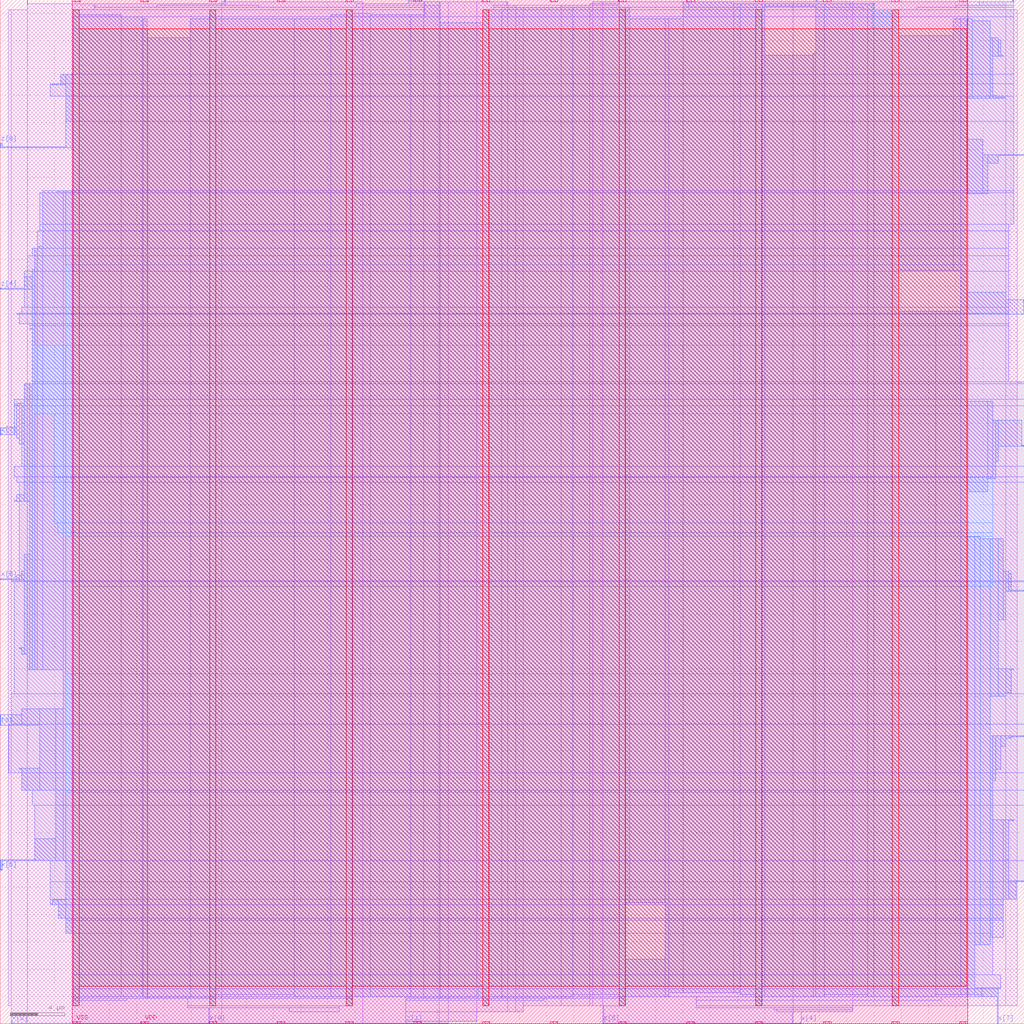
<source format=lef>
VERSION 5.8 ;
BUSBITCHARS "[]" ;
DIVIDERCHAR "/" ;
UNITS
    DATABASE MICRONS 2000 ;
END UNITS

VIA via1_2_1120_340_1_3_300_300
  VIARULE Via1Array-0 ;
  CUTSIZE 0.07 0.07 ;
  LAYERS metal1 via1 metal2 ;
  CUTSPACING 0.08 0.08 ;
  ENCLOSURE 0.035 0.05 0.035 0.035 ;
  ROWCOL 1 3 ;
END via1_2_1120_340_1_3_300_300

VIA via2_3_1120_340_1_3_320_320
  VIARULE Via2Array-0 ;
  CUTSIZE 0.07 0.07 ;
  LAYERS metal2 via2 metal3 ;
  CUTSPACING 0.09 0.09 ;
  ENCLOSURE 0.035 0.035 0.035 0.035 ;
  ROWCOL 1 3 ;
END via2_3_1120_340_1_3_320_320

VIA via3_4_1120_340_1_3_320_320
  VIARULE Via3Array-0 ;
  CUTSIZE 0.07 0.07 ;
  LAYERS metal3 via3 metal4 ;
  CUTSPACING 0.09 0.09 ;
  ENCLOSURE 0.035 0.035 0.035 0.035 ;
  ROWCOL 1 3 ;
END via3_4_1120_340_1_3_320_320

VIA via4_5_1120_340_1_2_600_600
  VIARULE Via4Array-0 ;
  CUTSIZE 0.14 0.14 ;
  LAYERS metal4 via4 metal5 ;
  CUTSPACING 0.16 0.16 ;
  ENCLOSURE 0 0 0 0 ;
  ROWCOL 1 2 ;
END via4_5_1120_340_1_2_600_600

VIA via5_6_1120_340_1_2_600_600
  VIARULE Via5Array-0 ;
  CUTSIZE 0.14 0.14 ;
  LAYERS metal5 via5 metal6 ;
  CUTSPACING 0.16 0.16 ;
  ENCLOSURE 0 0 0.06 0 ;
  ROWCOL 1 2 ;
END via5_6_1120_340_1_2_600_600

MACRO iir
  FOREIGN iir 0 0 ;
  CLASS BLOCK ;
  SIZE 75 BY 75 ;
  PIN clk
    DIRECTION INPUT ;
    USE SIGNAL ;
    PORT
      LAYER metal2 ;
        RECT  59.72 74.93 59.79 75 ;
    END
  END clk
  PIN rst
    DIRECTION INPUT ;
    USE SIGNAL ;
    PORT
      LAYER metal3 ;
        RECT  0 21.875 0.07 21.945 ;
    END
  END rst
  PIN x[0]
    DIRECTION INPUT ;
    USE SIGNAL ;
    PORT
      LAYER metal2 ;
        RECT  16.4 74.93 16.47 75 ;
    END
  END x[0]
  PIN x[10]
    DIRECTION INPUT ;
    USE SIGNAL ;
    PORT
      LAYER metal3 ;
        RECT  74.93 63.595 75 63.665 ;
    END
  END x[10]
  PIN x[1]
    DIRECTION INPUT ;
    USE SIGNAL ;
    PORT
      LAYER metal3 ;
        RECT  74.93 42.315 75 42.385 ;
    END
  END x[1]
  PIN x[2]
    DIRECTION INPUT ;
    USE SIGNAL ;
    PORT
      LAYER metal3 ;
        RECT  74.93 21.035 75 21.105 ;
    END
  END x[2]
  PIN x[3]
    DIRECTION INPUT ;
    USE SIGNAL ;
    PORT
      LAYER metal2 ;
        RECT  74.16 74.93 74.23 75 ;
    END
  END x[3]
  PIN x[4]
    DIRECTION INPUT ;
    USE SIGNAL ;
    PORT
      LAYER metal2 ;
        RECT  58.58 0 58.65 0.07 ;
    END
  END x[4]
  PIN x[5]
    DIRECTION INPUT ;
    USE SIGNAL ;
    PORT
      LAYER metal3 ;
        RECT  0 32.515 0.07 32.585 ;
    END
  END x[5]
  PIN x[6]
    DIRECTION INPUT ;
    USE SIGNAL ;
    PORT
      LAYER metal3 ;
        RECT  0 11.235 0.07 11.305 ;
    END
  END x[6]
  PIN x[7]
    DIRECTION INPUT ;
    USE SIGNAL ;
    PORT
      LAYER metal2 ;
        RECT  73.02 0 73.09 0.07 ;
    END
  END x[7]
  PIN x[8]
    DIRECTION INPUT ;
    USE SIGNAL ;
    PORT
      LAYER metal2 ;
        RECT  0.82 0 0.89 0.07 ;
    END
  END x[8]
  PIN x[9]
    DIRECTION INPUT ;
    USE SIGNAL ;
    PORT
      LAYER metal2 ;
        RECT  15.26 0 15.33 0.07 ;
    END
  END x[9]
  PIN z[0]
    DIRECTION OUTPUT ;
    USE SIGNAL ;
    PORT
      LAYER metal2 ;
        RECT  30.84 74.93 30.91 75 ;
    END
  END z[0]
  PIN z[10]
    DIRECTION OUTPUT ;
    USE SIGNAL ;
    PORT
      LAYER metal3 ;
        RECT  74.93 10.395 75 10.465 ;
    END
  END z[10]
  PIN z[1]
    DIRECTION OUTPUT ;
    USE SIGNAL ;
    PORT
      LAYER metal2 ;
        RECT  29.7 0 29.77 0.07 ;
    END
  END z[1]
  PIN z[2]
    DIRECTION OUTPUT ;
    USE SIGNAL ;
    PORT
      LAYER metal2 ;
        RECT  1.96 74.93 2.03 75 ;
    END
  END z[2]
  PIN z[3]
    DIRECTION OUTPUT ;
    USE SIGNAL ;
    PORT
      LAYER metal3 ;
        RECT  74.93 52.955 75 53.025 ;
    END
  END z[3]
  PIN z[4]
    DIRECTION OUTPUT ;
    USE SIGNAL ;
    PORT
      LAYER metal3 ;
        RECT  0 53.795 0.07 53.865 ;
    END
  END z[4]
  PIN z[5]
    DIRECTION OUTPUT ;
    USE SIGNAL ;
    PORT
      LAYER metal2 ;
        RECT  45.28 74.93 45.35 75 ;
    END
  END z[5]
  PIN z[6]
    DIRECTION OUTPUT ;
    USE SIGNAL ;
    PORT
      LAYER metal2 ;
        RECT  44.14 0 44.21 0.07 ;
    END
  END z[6]
  PIN z[7]
    DIRECTION OUTPUT ;
    USE SIGNAL ;
    PORT
      LAYER metal3 ;
        RECT  0 43.155 0.07 43.225 ;
    END
  END z[7]
  PIN z[8]
    DIRECTION OUTPUT ;
    USE SIGNAL ;
    PORT
      LAYER metal3 ;
        RECT  0 64.435 0.07 64.505 ;
    END
  END z[8]
  PIN z[9]
    DIRECTION OUTPUT ;
    USE SIGNAL ;
    PORT
      LAYER metal3 ;
        RECT  74.93 31.675 75 31.745 ;
    END
  END z[9]
  PIN VSS
    DIRECTION INOUT ;
    USE GROUND ;
    PORT
      LAYER metal6 ;
        RECT  65.29 74.86 65.85 75 ;
        RECT  65.29 0 65.85 0.14 ;
        RECT  55.29 74.86 55.85 75 ;
        RECT  55.29 0 55.85 0.14 ;
        RECT  45.29 74.86 45.85 75 ;
        RECT  45.29 0 45.85 0.14 ;
        RECT  35.29 74.86 35.85 75 ;
        RECT  35.29 0 35.85 0.14 ;
        RECT  25.29 74.86 25.85 75 ;
        RECT  25.29 0 25.85 0.14 ;
        RECT  15.29 74.86 15.85 75 ;
        RECT  15.29 0 15.85 0.14 ;
        RECT  5.29 74.86 5.85 75 ;
        RECT  5.29 0 5.85 0.14 ;
    END
  END VSS
  PIN VDD
    DIRECTION INOUT ;
    USE POWER ;
    PORT
      LAYER metal6 ;
        RECT  70.29 74.86 70.85 75 ;
        RECT  70.29 0 70.85 0.14 ;
        RECT  60.29 74.86 60.85 75 ;
        RECT  60.29 0 60.85 0.14 ;
        RECT  50.29 74.86 50.85 75 ;
        RECT  50.29 0 50.85 0.14 ;
        RECT  40.29 74.86 40.85 75 ;
        RECT  40.29 0 40.85 0.14 ;
        RECT  30.29 74.86 30.85 75 ;
        RECT  30.29 0 30.85 0.14 ;
        RECT  20.29 74.86 20.85 75 ;
        RECT  20.29 0 20.85 0.14 ;
        RECT  10.29 74.86 10.85 75 ;
        RECT  10.29 0 10.85 0.14 ;
    END
  END VDD
  OBS
    LAYER metal1 ;
     RECT  0.57 1.315 0.82 74.285 ;
     RECT  0.82 0.035 1.96 74.285 ;
     RECT  1.96 0.035 16.21 74.725 ;
     RECT  16.21 0.035 26.54 74.865 ;
     RECT  26.54 0.035 32.17 74.585 ;
     RECT  32.17 0.035 32.81 74.865 ;
     RECT  32.81 0.175 34.9 74.865 ;
     RECT  34.9 0.875 37.18 74.865 ;
     RECT  37.18 0.875 37.75 74.585 ;
     RECT  37.75 0.875 38.32 74.445 ;
     RECT  38.32 1.315 41.1 74.445 ;
     RECT  41.1 1.315 43.19 74.585 ;
     RECT  43.19 1.315 43.38 74.725 ;
     RECT  43.38 1.315 44.14 74.865 ;
     RECT  44.14 0.035 58.08 74.865 ;
     RECT  58.08 0.875 62.45 74.865 ;
     RECT  62.45 1.315 73.66 74.865 ;
     RECT  73.66 1.315 74.48 74.285 ;
     RECT  74.48 46.935 74.8 47.005 ;
    LAYER metal2 ;
     RECT  29.89 0 31.29 0.035 ;
     RECT  29.7 0.035 32.81 0.175 ;
     RECT  0.82 0.035 0.89 0.245 ;
     RECT  29.7 0.175 34.9 0.875 ;
     RECT  58.01 0.035 58.65 0.875 ;
     RECT  56.87 0.875 62.45 1.015 ;
     RECT  15.26 0.035 15.33 1.155 ;
     RECT  21.15 0.875 24.83 1.155 ;
     RECT  56.68 1.015 62.45 1.155 ;
     RECT  13.74 1.155 24.83 1.33 ;
     RECT  44.14 0.035 44.21 1.33 ;
     RECT  50.98 1.155 62.45 1.33 ;
     RECT  5.34 1.33 5.8 1.715 ;
     RECT  29.7 0.875 38.32 1.715 ;
     RECT  50.98 1.33 65.8 1.715 ;
     RECT  5.34 1.715 9.25 1.855 ;
     RECT  13.74 1.33 25.8 1.855 ;
     RECT  29.7 1.715 39.84 1.855 ;
     RECT  44.14 1.33 45.8 1.855 ;
     RECT  5.34 1.855 25.8 1.995 ;
     RECT  29.7 1.855 45.8 1.995 ;
     RECT  50.98 1.715 68.91 1.995 ;
     RECT  73.02 0.035 73.09 1.995 ;
     RECT  5.34 1.995 73.09 2.555 ;
     RECT  5.34 2.555 73.28 3.605 ;
     RECT  5.34 3.605 72.71 6.615 ;
     RECT  4.81 6.615 72.71 7.595 ;
     RECT  4.81 7.595 73.47 7.735 ;
     RECT  4.24 7.735 73.47 8.715 ;
     RECT  3.67 8.715 73.47 9.135 ;
     RECT  3.67 9.135 74.42 10.395 ;
     RECT  3.67 10.395 74.99 11.935 ;
     RECT  2.53 11.935 74.99 15.995 ;
     RECT  2.34 15.995 74.99 17.115 ;
     RECT  1.58 17.115 74.99 18.375 ;
     RECT  0.63 18.375 74.99 21.945 ;
     RECT  0.82 21.945 74.99 24.185 ;
     RECT  1.01 24.185 74.99 32.375 ;
     RECT  0.82 32.375 74.99 32.445 ;
     RECT  1.39 32.445 74.99 39.655 ;
     RECT  1.2 39.655 74.99 40.075 ;
     RECT  1.01 40.075 74.99 40.845 ;
     RECT  1.58 40.845 74.99 45.255 ;
     RECT  1.01 45.255 74.99 45.745 ;
     RECT  1.77 45.745 74.99 46.865 ;
     RECT  2.34 46.865 74.99 47.005 ;
     RECT  2.34 47.005 73.85 51.135 ;
     RECT  2.15 51.135 73.85 51.275 ;
     RECT  1.39 51.275 73.85 51.975 ;
     RECT  1.2 51.975 73.85 52.045 ;
     RECT  1.58 52.045 73.85 52.465 ;
     RECT  1.77 52.465 73.85 55.125 ;
     RECT  1.96 55.125 73.85 56.245 ;
     RECT  2.34 56.245 73.85 56.805 ;
     RECT  2.72 56.805 73.85 58.065 ;
     RECT  2.91 58.065 73.85 58.555 ;
     RECT  2.91 58.555 74.23 60.865 ;
     RECT  4.24 60.865 74.23 61.005 ;
     RECT  5.34 61.005 74.23 66.115 ;
     RECT  4.81 66.115 74.23 67.935 ;
     RECT  3.67 67.935 74.23 68.845 ;
     RECT  4.43 68.845 74.23 69.545 ;
     RECT  5.34 69.545 74.23 73.745 ;
     RECT  5.34 73.745 31.1 74.27 ;
     RECT  35.34 73.745 74.23 74.27 ;
     RECT  6.9 74.27 31.1 74.445 ;
     RECT  36.16 74.27 63.21 74.445 ;
     RECT  67.13 74.27 74.23 74.445 ;
     RECT  6.9 74.445 6.97 74.585 ;
     RECT  11.46 74.445 18.94 74.585 ;
     RECT  36.16 74.445 45.35 74.585 ;
     RECT  69.98 74.445 74.23 74.585 ;
     RECT  12.6 74.585 16.47 74.725 ;
     RECT  26.09 74.445 31.1 74.725 ;
     RECT  43.19 74.585 45.35 74.725 ;
     RECT  16.21 74.725 16.47 74.865 ;
     RECT  29.89 74.725 31.1 74.865 ;
     RECT  37.11 74.585 37.18 74.865 ;
     RECT  43.38 74.725 45.35 74.865 ;
     RECT  50.41 74.445 62.26 74.865 ;
     RECT  71.69 74.585 74.23 74.865 ;
     RECT  1.96 74.655 2.03 74.965 ;
     RECT  16.4 74.865 16.47 74.965 ;
     RECT  29.89 74.865 30.91 74.965 ;
     RECT  45.28 74.865 45.35 74.965 ;
     RECT  59.72 74.865 59.79 74.965 ;
     RECT  74.16 74.865 74.23 74.965 ;
     RECT  29.89 74.965 30.72 75 ;
    LAYER metal3 ;
     RECT  0 11.375 0.035 12.005 ;
     RECT  0 22.015 0.035 22.645 ;
     RECT  0 43.295 0.035 43.645 ;
     RECT  0 64.155 0.035 64.365 ;
     RECT  0.035 11.235 0.13 12.005 ;
     RECT  0.035 64.155 0.13 64.505 ;
     RECT  0.035 43.155 1.01 43.645 ;
     RECT  0.035 32.515 1.2 32.585 ;
     RECT  1.01 38.255 1.2 38.325 ;
     RECT  1.01 43.155 1.2 45.325 ;
     RECT  1.2 42.875 1.39 45.465 ;
     RECT  1.39 18.655 1.58 18.725 ;
     RECT  0.035 21.875 1.58 22.645 ;
     RECT  1.39 27.475 1.58 27.545 ;
     RECT  1.2 32.515 1.58 32.865 ;
     RECT  1.58 27.055 1.77 27.545 ;
     RECT  1.58 32.515 1.77 33.145 ;
     RECT  1.2 38.255 1.77 38.745 ;
     RECT  1.39 42.455 1.77 45.465 ;
     RECT  0.035 53.795 1.77 53.865 ;
     RECT  1.77 27.055 1.96 34.405 ;
     RECT  1.96 25.935 2.15 34.405 ;
     RECT  1.77 38.255 2.15 46.865 ;
     RECT  2.15 25.935 2.34 46.865 ;
     RECT  2.15 50.855 2.34 50.925 ;
     RECT  1.77 53.795 2.34 54.705 ;
     RECT  0.13 11.935 2.53 12.005 ;
     RECT  2.34 25.935 2.53 55.265 ;
     RECT  2.53 25.935 2.72 56.805 ;
     RECT  1.58 17.115 2.91 18.725 ;
     RECT  1.58 21.875 2.91 23.065 ;
     RECT  2.72 25.935 3.1 56.945 ;
     RECT  3.67 8.715 3.86 8.785 ;
     RECT  2.53 11.935 4.05 13.545 ;
     RECT  2.91 17.115 4.05 23.065 ;
     RECT  3.86 8.715 4.24 9.065 ;
     RECT  3.67 68.775 4.43 68.845 ;
     RECT  4.05 11.935 4.62 23.065 ;
     RECT  3.1 25.935 4.62 61.005 ;
     RECT  4.24 7.735 4.81 9.065 ;
     RECT  4.62 11.935 4.81 61.005 ;
     RECT  0.13 64.155 4.81 64.225 ;
     RECT  4.43 68.775 4.81 69.545 ;
     RECT  4.81 6.615 5.34 61.005 ;
     RECT  4.81 64.155 5.34 69.545 ;
     RECT  5.34 1.33 5.8 74.27 ;
     RECT  5.8 1.995 8.87 73.885 ;
     RECT  8.87 1.995 10.39 73.745 ;
     RECT  10.39 1.995 10.465 73.605 ;
     RECT  10.465 1.855 10.77 73.605 ;
     RECT  10.77 1.855 10.8 72.87 ;
     RECT  10.8 1.855 13.93 72.205 ;
     RECT  13.93 1.855 15.34 73.605 ;
     RECT  15.34 1.33 15.8 74.27 ;
     RECT  15.8 2.135 21.53 73.605 ;
     RECT  21.53 1.995 24.19 73.605 ;
     RECT  24.19 1.995 25.34 73.885 ;
     RECT  25.34 1.33 25.8 74.27 ;
     RECT  25.8 1.995 27.11 74.025 ;
     RECT  27.11 1.995 30.08 73.885 ;
     RECT  30.08 1.855 31.03 73.885 ;
     RECT  31.03 1.855 32.24 74.865 ;
     RECT  32.24 1.855 35.34 73.325 ;
     RECT  35.34 1.33 35.8 74.27 ;
     RECT  35.8 1.855 36.73 74.27 ;
     RECT  36.73 1.855 41.93 74.445 ;
     RECT  41.93 2.135 45.34 74.445 ;
     RECT  45.34 1.33 45.8 74.445 ;
     RECT  45.8 8.855 46.11 74.445 ;
     RECT  45.8 1.995 48.7 4.725 ;
     RECT  46.11 8.855 48.7 73.605 ;
     RECT  48.7 1.995 48.96 73.605 ;
     RECT  48.96 2.275 50.03 73.605 ;
     RECT  50.03 2.275 53.71 74.865 ;
     RECT  53.71 2.275 54.21 74.725 ;
     RECT  54.21 2.135 55.34 74.725 ;
     RECT  55.34 1.33 55.8 74.725 ;
     RECT  55.8 1.995 55.99 74.725 ;
     RECT  55.99 1.995 59.53 70.945 ;
     RECT  59.53 1.995 59.72 71.085 ;
     RECT  55.99 74.515 59.72 74.725 ;
     RECT  59.72 1.995 60.36 74.725 ;
     RECT  60.36 2.135 63.52 74.725 ;
     RECT  63.52 1.995 63.97 74.725 ;
     RECT  63.97 1.995 65.34 74.27 ;
     RECT  65.34 1.33 65.8 74.27 ;
     RECT  65.8 1.995 68.53 52.185 ;
     RECT  65.8 55.195 69.79 72.345 ;
     RECT  68.53 2.135 70.34 52.185 ;
     RECT  69.79 55.195 70.34 73.605 ;
     RECT  70.34 2.135 70.8 73.605 ;
     RECT  70.8 60.795 70.81 73.605 ;
     RECT  70.81 67.795 71.19 73.605 ;
     RECT  70.8 2.135 71.38 35.665 ;
     RECT  71.38 5.775 71.76 35.665 ;
     RECT  71.38 2.135 71.88 2.625 ;
     RECT  70.81 60.795 71.95 64.785 ;
     RECT  70.8 38.955 72.33 45.605 ;
     RECT  71.95 60.795 72.33 63.665 ;
     RECT  71.76 5.775 72.52 35.525 ;
     RECT  71.19 67.795 72.52 73.465 ;
     RECT  72.52 6.335 72.71 21.105 ;
     RECT  72.33 39.935 72.71 45.605 ;
     RECT  72.52 67.795 72.71 72.205 ;
     RECT  72.71 17.815 72.9 21.105 ;
     RECT  72.71 39.935 72.9 44.205 ;
     RECT  72.71 67.795 72.9 68.005 ;
     RECT  71.88 1.995 73.09 2.625 ;
     RECT  72.52 23.975 73.09 35.525 ;
     RECT  72.9 41.195 73.09 44.205 ;
     RECT  72.33 63.035 73.09 63.665 ;
     RECT  72.71 70.875 73.09 72.205 ;
     RECT  73.09 2.555 73.28 2.625 ;
     RECT  72.9 18.655 73.28 21.105 ;
     RECT  73.09 70.875 73.28 72.065 ;
     RECT  72.71 6.335 73.47 14.945 ;
     RECT  73.09 29.575 73.47 35.525 ;
     RECT  73.28 70.875 73.47 70.945 ;
     RECT  73.28 20.335 73.66 21.105 ;
     RECT  73.09 23.975 73.66 26.005 ;
     RECT  73.47 29.575 73.66 33.145 ;
     RECT  70.8 51.975 73.66 53.585 ;
     RECT  72.9 67.795 73.66 67.865 ;
     RECT  73.47 9.135 73.85 14.945 ;
     RECT  73.66 31.675 73.85 33.145 ;
     RECT  73.66 24.255 74.04 26.005 ;
     RECT  73.85 31.675 74.04 33.005 ;
     RECT  73.66 20.895 74.05 21.105 ;
     RECT  73.85 14.875 74.23 14.945 ;
     RECT  74.04 25.935 74.23 26.005 ;
     RECT  73.85 9.135 74.42 10.465 ;
     RECT  73.09 42.315 74.8 44.205 ;
     RECT  74.42 10.395 74.965 10.465 ;
     RECT  74.05 21.035 74.965 21.105 ;
     RECT  74.04 31.675 74.965 31.745 ;
     RECT  74.8 42.315 74.965 42.385 ;
     RECT  73.66 51.975 74.965 53.025 ;
     RECT  73.09 63.595 74.965 63.665 ;
     RECT  74.965 51.975 75 52.885 ;
    LAYER metal4 ;
     RECT  35.34 1.33 35.8 1.96 ;
     RECT  5.34 1.33 5.8 2.73 ;
     RECT  15.34 1.33 15.8 2.73 ;
     RECT  25.34 1.33 25.8 2.73 ;
     RECT  35.025 1.96 35.8 2.73 ;
     RECT  45.34 1.33 45.8 2.73 ;
     RECT  55.34 1.33 55.8 2.73 ;
     RECT  65.34 1.33 65.8 2.73 ;
     RECT  5.34 2.73 70.8 16.94 ;
     RECT  4.785 16.94 70.8 25.62 ;
     RECT  5.34 25.62 70.8 32.06 ;
     RECT  5.34 32.06 72.685 35.7 ;
     RECT  4.785 35.7 72.685 35.98 ;
     RECT  4.225 35.98 72.685 36.68 ;
     RECT  3.945 36.68 72.685 40.04 ;
     RECT  3.945 40.04 70.8 44.66 ;
     RECT  2.545 44.66 70.8 49.7 ;
     RECT  4.785 49.7 70.8 55.58 ;
     RECT  5.34 55.58 70.8 72.87 ;
     RECT  5.34 72.87 5.8 74.27 ;
     RECT  15.34 72.87 15.8 74.27 ;
     RECT  25.34 72.87 25.8 74.27 ;
     RECT  35.34 72.87 35.8 74.27 ;
     RECT  45.34 72.87 45.8 74.27 ;
     RECT  55.34 72.87 55.8 74.27 ;
     RECT  63.865 72.87 65.8 74.27 ;
     RECT  63.865 74.27 64.005 74.76 ;
    LAYER metal5 ;
     RECT  5.35 1.33 5.79 74.27 ;
     RECT  5.79 2.73 15.35 72.87 ;
     RECT  15.35 1.33 15.79 74.27 ;
     RECT  15.79 2.73 25.35 72.87 ;
     RECT  25.35 1.33 25.79 74.27 ;
     RECT  25.79 2.73 35.35 72.87 ;
     RECT  35.35 1.33 35.79 74.27 ;
     RECT  35.79 2.73 45.35 72.87 ;
     RECT  45.35 1.33 45.79 74.27 ;
     RECT  45.79 2.73 55.35 72.87 ;
     RECT  55.35 1.33 55.79 74.27 ;
     RECT  55.79 2.73 65.35 72.87 ;
     RECT  65.35 1.33 65.79 74.27 ;
     RECT  65.79 2.73 70.79 72.87 ;
    LAYER metal6 ;
     RECT  5.29 0 70.85 75 ;
  END
END iir
END LIBRARY

</source>
